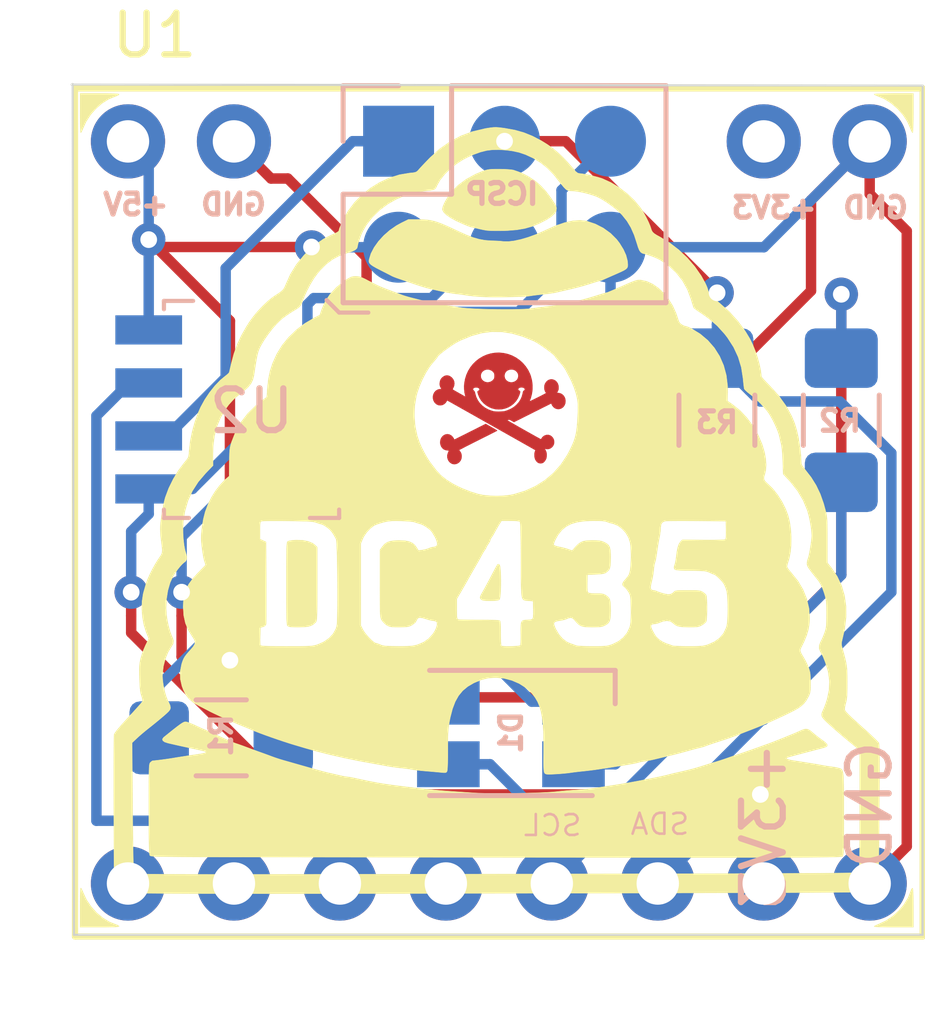
<source format=kicad_pcb>
(kicad_pcb (version 20211014) (generator pcbnew)
  (layers (0 "F.Cu" signal) (31 "B.Cu" signal) (34 "B.Paste" user) (35 "F.Paste" user) (36 "B.SilkS" user "B.Silkscreen") (37 "F.SilkS" user "F.Silkscreen") (38 "B.Mask" user) (39 "F.Mask" user) (44 "Edge.Cuts" user))
  (net 0 "")
  (net 1 "Net-(U1-Pad12)")
  (net 2 "Net-(U1-Pad11)")
  (net 3 "Net-(U1-Pad10)")
  (net 4 "Net-(U1-Pad9)")
  (net 5 "/RST")
  (net 6 "Net-(J1-Pad1)")
  (net 7 "Net-(D1-Pad3)")
  (net 8 "Net-(D1-Pad4)")
  (net 9 "+5V")
  (net 10 "Net-(D1-Pad1)")
  (net 11 "GND")
  (net 12 "Net-(R1-Pad2)")
  (net 13 "Net-(R2-Pad2)")
  (net 14 "/PB2")
  (net 15 "/PB0")
  (net 16 "+3V3")
  (footprint "highway:newhighway" (layer "F.Cu") (at 149.8854 87.757)
    (fp_text reference "G***" hide)
    (fp_text value "LOGO" hide)
  )
  (footprint "highway:skull" (layer "F.Cu") (at 149.88032 85.32368)
    (fp_text reference "G***" hide)
    (fp_text value "LOGO" hide)
    (fp_poly (pts (xy 0.163511 -1.333414) (xy 0.268578 -1.310728) (xy 0.273458 -1.30933) (xy 0.372636 -1.273232) (xy 0.465884 -1.224663) (xy 0.552024 -1.164748) (xy 0.629878 -1.094615) (xy 0.698268 -1.01539) (xy 0.756014 -0.928201) (xy 0.801939 -0.834174) (xy 0.819296 -0.787368) (xy 0.847575 -0.680559) (xy 0.861608 -0.572644) (xy 0.861391 -0.464594) (xy 0.846917 -0.357382) (xy 0.822508 -0.264886) (xy 0.81237 -0.235127) (xy 0.80251 -0.208379) (xy 0.794737 -0.189502) (xy 0.793427 -0.186768) (xy 0.791666 -0.181729) (xy 0.793424 -0.179288) (xy 0.799917 -0.179959) (xy 0.812359 -0.184256) (xy 0.831965 -0.192695) (xy 0.859949 -0.205789) (xy 0.897528 -0.224053) (xy 0.945915 -0.248) (xy 0.990041 -0.270007) (xy 1.047616 -0.298864) (xy 1.093369 -0.322066) (xy 1.128521 -0.340323) (xy 1.154295 -0.354347) (xy 1.171911 -0.364849) (xy 1.18259 -0.372542) (xy 1.187555 -0.378137) (xy 1.188026 -0.382345) (xy 1.186623 -0.38454) (xy 1.165809 -0.417141) (xy 1.15239 -0.458324) (xy 1.146806 -0.503934) (xy 1.149498 -0.549815) (xy 1.160904 -0.591811) (xy 1.163954 -0.598714) (xy 1.190907 -0.642066) (xy 1.223757 -0.673601) (xy 1.260703 -0.69381) (xy 1.299944 -0.703181) (xy 1.33968 -0.702204) (xy 1.378108 -0.691366) (xy 1.413429 -0.671158) (xy 1.44384 -0.642068) (xy 1.467542 -0.604584) (xy 1.482733 -0.559197) (xy 1.487643 -0.510837) (xy 1.486386 -0.478099) (xy 1.48143 -0.452458) (xy 1.47116 -0.426647) (xy 1.467065 -0.418308) (xy 1.446416 -0.377371) (xy 1.478184 -0.377371) (xy 1.524227 -0.370689) (xy 1.565204 -0.351925) (xy 1.599856 -0.323004) (xy 1.626922 -0.28585) (xy 1.645143 -0.242387) (xy 1.653259 -0.194542) (xy 1.650011 -0.144237) (xy 1.644902 -0.122655) (xy 1.625096 -0.076458) (xy 1.596825 -0.040301) (xy 1.562175 -0.014308) (xy 1.523232 0.001401) (xy 1.482083 0.006703) (xy 1.440812 0.001476) (xy 1.401508 -0.014403) (xy 1.366255 -0.041054) (xy 1.33714 -0.078601) (xy 1.324513 -0.103907) (xy 1.313262 -0.130834) (xy 0.419064 0.317308) (xy 0.36538 0.28671) (xy 0.33863 0.271855) (xy 0.320368 0.263391) (xy 0.306649 0.260221) (xy 0.293523 0.261252) (xy 0.282848 0.263813) (xy 0.264969 0.269452) (xy 0.254946 0.274298) (xy 0.254153 0.275456) (xy 0.260307 0.279667) (xy 0.277843 0.290217) (xy 0.305466 0.306376) (xy 0.341884 0.327415) (xy 0.3858 0.352603) (xy 0.435922 0.38121) (xy 0.490955 0.412507) (xy 0.549605 0.445763) (xy 0.610577 0.480249) (xy 0.672577 0.515235) (xy 0.734311 0.54999) (xy 0.794485 0.583786) (xy 0.851804 0.615891) (xy 0.904974 0.645576) (xy 0.952701 0.672112) (xy 0.99369 0.694768) (xy 1.026648 0.712813) (xy 1.05028 0.72552) (xy 1.063292 0.732156) (xy 1.065388 0.732972) (xy 1.072697 0.726981) (xy 1.080765 0.712521) (xy 1.080961 0.712053) (xy 1.101413 0.680868) (xy 1.134601 0.653769) (xy 1.164154 0.638149) (xy 1.206449 0.626432) (xy 1.247665 0.627621) (xy 1.286179 0.640115) (xy 1.320367 0.662315) (xy 1.348605 0.692623) (xy 1.369271 0.729439) (xy 1.38074 0.771164) (xy 1.38139 0.816198) (xy 1.375333 0.846172) (xy 1.356922 0.886808) (xy 1.328791 0.92056) (xy 1.293572 0.945982) (xy 1.253896 0.96163) (xy 1.212396 0.966057) (xy 1.171877 0.957885) (xy 1.159131 0.954338) (xy 1.155412 0.956047) (xy 1.155424 0.956071) (xy 1.17366 0.992476) (xy 1.18625 1.019524) (xy 1.194237 1.040743) (xy 1.198661 1.059658) (xy 1.200564 1.079796) (xy 1.200987 1.104683) (xy 1.200986 1.110343) (xy 1.199914 1.146629) (xy 1.19618 1.173919) (xy 1.188861 1.197628) (xy 1.184269 1.208314) (xy 1.159517 1.250492) (xy 1.129329 1.282484) (xy 1.108889 1.296048) (xy 1.081397 1.304316) (xy 1.048375 1.305787) (xy 1.016616 1.300665) (xy 0.997857 1.29271) (xy 0.966455 1.267943) (xy 0.941804 1.235514) (xy 0.927714 1.208224) (xy 0.917236 1.174277) (xy 0.911646 1.132827) (xy 0.911051 1.089277) (xy 0.91556 1.049025) (xy 0.923961 1.020329) (xy 0.931148 1.002626) (xy 0.93452 0.991687) (xy 0.934452 0.99025) (xy 0.927742 0.986286) (xy 0.909206 0.975667) (xy 0.879642 0.958842) (xy 0.83985 0.936263) (xy 0.79063 0.908381) (xy 0.732781 0.875645) (xy 0.667101 0.838508) (xy 0.594391 0.797418) (xy 0.51545 0.752827) (xy 0.431076 0.705186) (xy 0.34207 0.654944) (xy 0.249231 0.602554) (xy 0.153357 0.548465) (xy 0.055249 0.493127) (xy -0.044295 0.436993) (xy -0.144475 0.380511) (xy -0.244492 0.324134) (xy -0.343546 0.268311) (xy -0.440838 0.213493) (xy -0.535569 0.16013) (xy -0.62694 0.108674) (xy -0.714151 0.059575) (xy -0.796403 0.013284) (xy -0.872897 -0.02975) (xy -0.942833 -0.069074) (xy -1.005411 -0.104239) (xy -1.059834 -0.134794) (xy -1.105301 -0.160288) (xy -1.141013 -0.180271) (xy -1.166171 -0.194292) (xy -1.179975 -0.2019) (xy -1.182478 -0.2032) (xy -1.187876 -0.197282) (xy -1.195638 -0.182791) (xy -1.196748 -0.180337) (xy -1.219461 -0.145218) (xy -1.252479 -0.115331) (xy -1.291703 -0.094138) (xy -1.303615 -0.090124) (xy -1.35182 -0.083049) (xy -1.397591 -0.089856) (xy -1.439374 -0.109938) (xy -1.475616 -0.14269) (xy -1.490907 -0.163218) (xy -1.512814 -0.208236) (xy -1.522827 -0.25588) (xy -1.521698 -0.303816) (xy -1.510174 -0.349709) (xy -1.489007 -0.391227) (xy -1.458946 -0.426035) (xy -1.420741 -0.4518) (xy -1.395003 -0.461721) (xy -1.369232 -0.467681) (xy -1.346006 -0.470508) (xy -1.335879 -0.470249) (xy -1.316083 -0.467344) (xy -1.338399 -0.510627) (xy -1.351038 -0.537673) (xy -1.357711 -0.560876) (xy -1.360074 -0.587449) (xy -1.360145 -0.605341) (xy -1.354131 -0.658274) (xy -1.336765 -0.703181) (xy -1.307149 -0.742107) (xy -1.294961 -0.753613) (xy -1.253288 -0.782151) (xy -1.210017 -0.796472) (xy -1.16622 -0.796626) (xy -1.122972 -0.782662) (xy -1.081347 -0.754629) (xy -1.069094 -0.743242) (xy -1.036001 -0.700933) (xy -1.016198 -0.65392) (xy -1.009895 -0.603789) (xy -1.017303 -0.552128) (xy -1.037307 -0.502934) (xy -1.049127 -0.478479) (xy -1.052436 -0.464018) (xy -1.049832 -0.459012) (xy -1.039692 -0.452917) (xy -1.019764 -0.441369) (xy -0.992143 -0.42555) (xy -0.958926 -0.406644) (xy -0.922208 -0.385831) (xy -0.884084 -0.364296) (xy -0.84665 -0.34322) (xy -0.812001 -0.323785) (xy -0.782232 -0.307174) (xy -0.75944 -0.294569) (xy -0.74572 -0.287153) (xy -0.742638 -0.285679) (xy -0.743665 -0.292599) (xy -0.747585 -0.309464) (xy -0.751968 -0.326581) (xy -0.765085 -0.391814) (xy -0.772724 -0.464512) (xy -0.772922 -0.472895) (xy -0.564335 -0.472895) (xy -0.561864 -0.454618) (xy -0.546878 -0.435923) (xy -0.544693 -0.43414) (xy -0.531938 -0.421395) (xy -0.522859 -0.404378) (xy -0.515414 -0.378775) (xy -0.512713 -0.366486) (xy -0.488025 -0.282452) (xy -0.450933 -0.205178) (xy -0.402261 -0.135444) (xy -0.342828 -0.074027) (xy -0.273458 -0.021708) (xy -0.194971 0.020735) (xy -0.108189 0.052521) (xy -0.057583 0.065104) (xy -0.038303 0.06745) (xy -0.00833 0.069091) (xy 0.028524 0.069899) (xy 0.068451 0.069748) (xy 0.0762 0.069597) (xy 0.119414 0.068321) (xy 0.152355 0.066292) (xy 0.179265 0.062889) (xy 0.204386 0.057496) (xy 0.231959 0.049493) (xy 0.246743 0.044729) (xy 0.331931 0.009971) (xy 0.409058 -0.035419) (xy 0.476798 -0.090468) (xy 0.533821 -0.154205) (xy 0.550578 -0.177749) (xy 0.583461 -0.23307) (xy 0.607604 -0.289161) (xy 0.625391 -0.351871) (xy 0.629633 -0.371794) (xy 0.637021 -0.403466) (xy 0.644272 -0.422659) (xy 0.652183 -0.431377) (xy 0.653606 -0.431947) (xy 0.672682 -0.443692) (xy 0.680568 -0.460814) (xy 0.677466 -0.479699) (xy 0.663583 -0.496734) (xy 0.649489 -0.50485) (xy 0.61831 -0.513527) (xy 0.587566 -0.514699) (xy 0.559699 -0.509415) (xy 0.537151 -0.498722) (xy 0.522362 -0.483666) (xy 0.517776 -0.465296) (xy 0.522322 -0.450303) (xy 0.535308 -0.437071) (xy 0.548124 -0.431099) (xy 0.559505 -0.425424) (xy 0.564971 -0.41431) (xy 0.564462 -0.395839) (xy 0.557921 -0.368091) (xy 0.545289 -0.32915) (xy 0.545002 -0.328325) (xy 0.511292 -0.252409) (xy 0.466723 -0.184801) (xy 0.412725 -0.126089) (xy 0.350729 -0.076861) (xy 0.282167 -0.037707) (xy 0.20847 -0.009213) (xy 0.131069 0.008033) (xy 0.051394 0.013441) (xy -0.029122 0.006425) (xy -0.10905 -0.013604) (xy -0.16541 -0.036403) (xy -0.242167 -0.080288) (xy -0.30861 -0.133942) (xy -0.364144 -0.19662) (xy -0.408171 -0.267577) (xy -0.440095 -0.346065) (xy -0.453065 -0.395863) (xy -0.454642 -0.411244) (xy -0.44882 -0.42084) (xy -0.433057 -0.429739) (xy -0.411921 -0.445099) (xy -0.403895 -0.463033) (xy -0.408431 -0.481194) (xy -0.424984 -0.497236) (xy -0.451364 -0.508383) (xy -0.484727 -0.513465) (xy -0.514488 -0.511039) (xy -0.538865 -0.502524) (xy -0.556075 -0.489337) (xy -0.564335 -0.472895) (xy -0.772922 -0.472895) (xy -0.774474 -0.538537) (xy -0.770535 -0.602449) (xy -0.751819 -0.70962) (xy -0.727915 -0.7874) (xy -0.379445 -0.7874) (xy -0.372907 -0.74328) (xy -0.354694 -0.704872) (xy -0.326909 -0.673319) (xy -0.291653 -0.649763) (xy -0.251027 -0.635347) (xy -0.207134 -0.631214) (xy -0.162075 -0.638507) (xy -0.129767 -0.651643) (xy -0.094557 -0.675577) (xy -0.069067 -0.703068) (xy -0.05737 -0.721365) (xy -0.050759 -0.73801) (xy -0.047827 -0.758412) (xy -0.047454 -0.774896) (xy 0.190208 -0.774896) (xy 0.199973 -0.731952) (xy 0.22119 -0.695058) (xy 0.251629 -0.665417) (xy 0.28906 -0.644231) (xy 0.331254 -0.632704) (xy 0.375982 -0.632039) (xy 0.421014 -0.643439) (xy 0.428172 -0.646495) (xy 0.466219 -0.668252) (xy 0.49338 -0.695142) (xy 0.507659 -0.718457) (xy 0.523435 -0.763751) (xy 0.524798 -0.807709) (xy 0.511812 -0.84981) (xy 0.487693 -0.885932) (xy 0.453957 -0.916833) (xy 0.415083 -0.935487) (xy 0.368554 -0.943002) (xy 0.357335 -0.943269) (xy 0.307036 -0.937372) (xy 0.263985 -0.920207) (xy 0.229522 -0.893125) (xy 0.204988 -0.857476) (xy 0.191725 -0.814611) (xy 0.190208 -0.774896) (xy -0.047454 -0.774896) (xy -0.047171 -0.7874) (xy -0.047866 -0.816861) (xy -0.050887 -0.837286) (xy -0.057639 -0.854122) (xy -0.068988 -0.872046) (xy -0.099794 -0.904259) (xy -0.13016 -0.923471) (xy -0.175385 -0.939536) (xy -0.220703 -0.943362) (xy -0.264046 -0.936079) (xy -0.303347 -0.918815) (xy -0.336537 -0.892699) (xy -0.361548 -0.85886) (xy -0.376312 -0.818427) (xy -0.379445 -0.7874) (xy -0.727915 -0.7874) (xy -0.720768 -0.810655) (xy -0.678333 -0.904913) (xy -0.625462 -0.99175) (xy -0.563103 -1.070525) (xy -0.492205 -1.140595) (xy -0.413716 -1.201318) (xy -0.328584 -1.252053) (xy -0.237759 -1.292156) (xy -0.142189 -1.320986) (xy -0.042821 -1.337901) (xy 0.059395 -1.342257) (xy 0.163511 -1.333414)) (layer "F.Cu") (width 0.01) (fill solid))
    (fp_poly (pts (xy -0.122212 0.441662) (xy -0.082148 0.46447) (xy -0.04672 0.484946) (xy -0.017755 0.502008) (xy 0.002919 0.514574) (xy 0.013476 0.521564) (xy 0.014456 0.522552) (xy 0.008173 0.526412) (xy -0.009878 0.536099) (xy -0.038468 0.550985) (xy -0.076365 0.570442) (xy -0.122339 0.59384) (xy -0.175158 0.620553) (xy -0.233592 0.649952) (xy -0.296409 0.681407) (xy -0.310243 0.688315) (xy -0.379647 0.723013) (xy -0.449706 0.758139) (xy -0.518422 0.792687) (xy -0.583797 0.825648) (xy -0.643833 0.856012) (xy -0.696531 0.882772) (xy -0.739896 0.904918) (xy -0.767445 0.919114) (xy -0.89989 0.987817) (xy -0.878404 1.014608) (xy -0.850975 1.059828) (xy -0.83711 1.109593) (xy -0.837007 1.162793) (xy -0.845249 1.201554) (xy -0.864633 1.244327) (xy -0.893616 1.279511) (xy -0.929759 1.305885) (xy -0.970622 1.322225) (xy -1.013765 1.327309) (xy -1.056748 1.319914) (xy -1.07059 1.314479) (xy -1.111807 1.288256) (xy -1.144019 1.252555) (xy -1.166365 1.209915) (xy -1.177981 1.162872) (xy -1.178006 1.113965) (xy -1.165578 1.065731) (xy -1.159621 1.052433) (xy -1.147689 1.025197) (xy -1.144857 1.007803) (xy -1.151836 0.998248) (xy -1.169337 0.994531) (xy -1.180295 0.994229) (xy -1.226199 0.98746) (xy -1.266997 0.968211) (xy -1.301171 0.938061) (xy -1.327204 0.898595) (xy -1.343578 0.851393) (xy -1.348193 0.819214) (xy -1.346171 0.767928) (xy -1.333525 0.722083) (xy -1.311947 0.68269) (xy -1.283128 0.650758) (xy -1.248757 0.627297) (xy -1.210527 0.613318) (xy -1.170127 0.60983) (xy -1.129249 0.617843) (xy -1.089583 0.638368) (xy -1.070842 0.653537) (xy -1.050683 0.675266) (xy -1.033389 0.699232) (xy -1.026956 0.711043) (xy -1.018117 0.728613) (xy -1.011196 0.738835) (xy -1.009455 0.739917) (xy -1.002354 0.736689) (xy -0.983452 0.72751) (xy -0.953911 0.712955) (xy -0.914892 0.693604) (xy -0.867556 0.670035) (xy -0.813065 0.642825) (xy -0.752579 0.612553) (xy -0.687261 0.579797) (xy -0.631969 0.552022) (xy -0.258823 0.364439) (xy -0.122212 0.441662)) (layer "F.Cu") (width 0.01) (fill solid))
  )
  (footprint "highway:beehivemask" (layer "F.Cu") (at 149.92604 87.74176)
    (fp_text reference "G***" hide)
    (fp_text value "LOGO" hide)
  )
  (footprint "highway:beehivemask" (layer "F.Cu") (at 149.92604 87.74176)
    (fp_text reference "G***" hide)
    (fp_text value "LOGO" hide)
  )
  (footprint "minibadge_kicad:SAINTCON-Minibadge" (layer "F.Cu") (at 139.7762 77.6478)
    (fp_text reference "U1" (at 1.905 -1.27) (layer "F.SilkS"))
    (fp_text value "SAINTCON-Minibadge")
    (fp_text user "+3V3" (at 16.51 17.68348 -90) (layer "B.SilkS") (effects (justify mirror)))
    (fp_text user "GND" (at 19.19224 2.86004) (layer "B.SilkS") (effects (font (size 0.5 0.5) (thickness 0.125)) (justify mirror)))
    (fp_text user "GND" (at 19.05 17.17548 -90) (layer "B.SilkS") (effects (justify mirror)))
    (fp_text user "SCL" (at 11.45032 17.65808) (layer "B.SilkS") (effects (font (size 0.5 0.5) (thickness 0.0625)) (justify mirror)))
    (fp_text user "GND" (at 3.79984 2.78384) (layer "B.SilkS") (effects (font (size 0.5 0.5) (thickness 0.125)) (justify mirror)))
    (fp_text user "+3V3" (at 16.75892 2.86004) (layer "B.SilkS") (effects (font (size 0.5 0.5) (thickness 0.125)) (justify mirror)))
    (fp_text user "+5V" (at 1.45796 2.78384) (layer "B.SilkS") (effects (font (size 0.5 0.5) (thickness 0.125)) (justify mirror)))
    (fp_text user "SDA" (at 14.0208 17.6276) (layer "B.SilkS") (effects (font (size 0.5 0.5) (thickness 0.0625)) (justify mirror)))
    (pad "1" thru_hole circle locked (at 1.27 1.27 90) (size 1.778 1.778) (drill 1.016) (layers *.Cu *.Mask) (net 9 "+5V"))
    (pad "2" thru_hole circle locked (at 3.81 1.27 90) (size 1.778 1.778) (drill 1.016) (layers *.Cu *.Mask) (net 11 "GND"))
    (pad "7" thru_hole circle locked (at 16.51 1.27 90) (size 1.778 1.778) (drill 1.016) (layers *.Cu *.Mask) (net 16 "+3V3"))
    (pad "8" thru_hole circle locked (at 19.05 1.27 90) (size 1.778 1.778) (drill 1.016) (layers *.Cu *.Mask) (net 11 "GND"))
    (pad "9" thru_hole circle locked (at 1.27 19.05 90) (size 1.778 1.778) (drill 1.016) (layers *.Cu *.Mask) (net 4 "Net-(U1-Pad9)"))
    (pad "10" thru_hole circle locked (at 3.81 19.05 90) (size 1.778 1.778) (drill 1.016) (layers *.Cu *.Mask) (net 3 "Net-(U1-Pad10)"))
    (pad "11" thru_hole circle locked (at 6.35 19.05 90) (size 1.778 1.778) (drill 1.016) (layers *.Cu *.Mask) (net 2 "Net-(U1-Pad11)"))
    (pad "12" thru_hole circle locked (at 8.89 19.05 90) (size 1.778 1.778) (drill 1.016) (layers *.Cu *.Mask) (net 1 "Net-(U1-Pad12)"))
    (pad "13" thru_hole circle locked (at 11.43 19.05 90) (size 1.778 1.778) (drill 1.016) (layers *.Cu *.Mask) (net 14 "/PB2"))
    (pad "14" thru_hole circle locked (at 13.97 19.05 90) (size 1.778 1.778) (drill 1.016) (layers *.Cu *.Mask) (net 15 "/PB0"))
    (pad "15" thru_hole circle locked (at 16.51 19.05 90) (size 1.778 1.778) (drill 1.016) (layers *.Cu *.Mask) (net 16 "+3V3"))
    (pad "16" thru_hole circle locked (at 19.05 19.05 90) (size 1.778 1.778) (drill 1.016) (layers *.Cu *.Mask) (net 11 "GND"))
  )
  (footprint "digikey-footprints:SOIC-8_W5.3mm" (layer "B.Cu") (at 144.00784 85.33892 180)
    (fp_text reference "U2" (at 0 -0.04064) (layer "B.SilkS") (effects (justify mirror)))
    (fp_text value "ATTINY85-20SU")
    (pad "1" smd rect locked (at -2.465 1.905 180) (size 1.6 0.7) (layers "B.Cu" "B.Paste" "B.Mask") (net 5 "/RST"))
    (pad "2" smd rect locked (at -2.465 0.635 180) (size 1.6 0.7) (layers "B.Cu" "B.Paste" "B.Mask") (net 13 "Net-(R2-Pad2)"))
    (pad "3" smd rect locked (at -2.465 -0.635 180) (size 1.6 0.7) (layers "B.Cu" "B.Paste" "B.Mask") (net 12 "Net-(R1-Pad2)"))
    (pad "4" smd rect locked (at -2.465 -1.905 180) (size 1.6 0.7) (layers "B.Cu" "B.Paste" "B.Mask") (net 11 "GND"))
    (pad "5" smd rect locked (at 2.465 -1.905 180) (size 1.6 0.7) (layers "B.Cu" "B.Paste" "B.Mask") (net 15 "/PB0"))
    (pad "6" smd rect locked (at 2.465 -0.635 180) (size 1.6 0.7) (layers "B.Cu" "B.Paste" "B.Mask") (net 6 "Net-(J1-Pad1)"))
    (pad "7" smd rect locked (at 2.465 0.635 180) (size 1.6 0.7) (layers "B.Cu" "B.Paste" "B.Mask") (net 14 "/PB2"))
    (pad "8" smd rect locked (at 2.465 1.905 180) (size 1.6 0.7) (layers "B.Cu" "B.Paste" "B.Mask") (net 9 "+5V"))
  )
  (footprint "Connector_PinHeader_2.54mm:PinHeader_2x03_P2.54mm_Vertical" (layer "B.Cu") (at 147.53336 78.91272 -90)
    (fp_text reference "ICSP" (at 1.26492 -2.47396) (layer "B.SilkS") (effects (font (size 0.5 0.5) (thickness 0.125)) (justify mirror)))
    (fp_text value "AVR-ISP-6")
    (pad "1" smd rect locked (at 0 0 270) (size 1.7 1.7) (layers "B.Cu" "B.Paste" "B.Mask") (net 6 "Net-(J1-Pad1)"))
    (pad "2" smd oval locked (at 2.54 0 270) (size 1.7 1.7) (layers "B.Cu" "B.Paste" "B.Mask") (net 9 "+5V"))
    (pad "3" smd oval locked (at 0 -2.54 270) (size 1.7 1.7) (layers "B.Cu" "B.Paste" "B.Mask") (net 14 "/PB2"))
    (pad "4" smd oval locked (at 2.54 -2.54 270) (size 1.7 1.7) (layers "B.Cu" "B.Paste" "B.Mask") (net 15 "/PB0"))
    (pad "5" smd oval locked (at 0 -5.08 270) (size 1.7 1.7) (layers "B.Cu" "B.Paste" "B.Mask") (net 5 "/RST"))
    (pad "6" smd oval locked (at 2.54 -5.08 270) (size 1.7 1.7) (layers "B.Cu" "B.Paste" "B.Mask") (net 11 "GND"))
  )
  (footprint "LED_SMD:LED_Avago_PLCC4_3.2x2.8mm_CW" (layer "B.Cu") (at 150.22576 93.091 180)
    (fp_text reference "D1" (at -0.00508 0.01016 90) (layer "B.SilkS") (effects (font (size 0.5 0.5) (thickness 0.125)) (justify mirror)))
    (fp_text value "LED_RABG")
    (pad "1" smd rect locked (at 1.5 0.75 180) (size 1.5 1.1) (layers "B.Cu" "B.Paste" "B.Mask") (net 10 "Net-(D1-Pad1)"))
    (pad "2" smd rect locked (at -1.5 0.75 180) (size 1.5 1.1) (layers "B.Cu" "B.Paste" "B.Mask") (net 9 "+5V"))
    (pad "3" smd rect locked (at -1.5 -0.75 180) (size 1.5 1.1) (layers "B.Cu" "B.Paste" "B.Mask") (net 7 "Net-(D1-Pad3)"))
    (pad "4" smd rect locked (at 1.5 -0.75 180) (size 1.5 1.1) (layers "B.Cu" "B.Paste" "B.Mask") (net 8 "Net-(D1-Pad4)"))
  )
  (footprint "Resistor_SMD:R_1206_3216Metric_Pad1.42x1.75mm_HandSolder" (layer "B.Cu") (at 143.2814 93.20784 180)
    (fp_text reference "R1" (at 0 0.05588 90) (layer "B.SilkS") (effects (font (size 0.5 0.5) (thickness 0.125)) (justify mirror)))
    (fp_text value "R_US")
    (pad "1" smd roundrect locked (at -1.4875 0 180) (size 1.425 1.75) (layers "B.Cu" "B.Paste" "B.Mask") (roundrect_rratio 0.175439) (net 10 "Net-(D1-Pad1)"))
    (pad "2" smd roundrect locked (at 1.4875 0 180) (size 1.425 1.75) (layers "B.Cu" "B.Paste" "B.Mask") (roundrect_rratio 0.175439) (net 12 "Net-(R1-Pad2)"))
  )
  (footprint "Resistor_SMD:R_1206_3216Metric_Pad1.42x1.75mm_HandSolder" (layer "B.Cu") (at 158.14548 85.598 90)
    (fp_text reference "R2" (at -0.01524 -0.03556 180) (layer "B.SilkS") (effects (font (size 0.5 0.5) (thickness 0.125)) (justify mirror)))
    (fp_text value "R_US")
    (pad "1" smd roundrect locked (at -1.4875 0 90) (size 1.425 1.75) (layers "B.Cu" "B.Paste" "B.Mask") (roundrect_rratio 0.175439) (net 8 "Net-(D1-Pad4)"))
    (pad "2" smd roundrect locked (at 1.4875 0 90) (size 1.425 1.75) (layers "B.Cu" "B.Paste" "B.Mask") (roundrect_rratio 0.175439) (net 13 "Net-(R2-Pad2)"))
  )
  (footprint "Resistor_SMD:R_1206_3216Metric_Pad1.42x1.75mm_HandSolder" (layer "B.Cu") (at 155.16352 85.598 90)
    (fp_text reference "R3" (at -0.0508 0 180) (layer "B.SilkS") (effects (font (size 0.5 0.5) (thickness 0.125)) (justify mirror)))
    (fp_text value "R_US")
    (pad "1" smd roundrect locked (at -1.4875 0 90) (size 1.425 1.75) (layers "B.Cu" "B.Paste" "B.Mask") (roundrect_rratio 0.175439) (net 7 "Net-(D1-Pad3)"))
    (pad "2" smd roundrect locked (at 1.4875 0 90) (size 1.425 1.75) (layers "B.Cu" "B.Paste" "B.Mask") (roundrect_rratio 0.175439) (net 14 "/PB2"))
  )
  (gr_line (start 139.69492 77.55636) (end 160.0962 77.58176) (layer "Edge.Cuts") (width 0.05))
  (gr_line (start 139.7508 97.92716) (end 139.72032 77.55128) (layer "Edge.Cuts") (width 0.05))
  (gr_line (start 160.0962 97.92716) (end 139.7508 97.92716) (layer "Edge.Cuts") (width 0.05))
  (gr_line (start 139.72032 77.55128) (end 139.72032 77.54112) (layer "Edge.Cuts") (width 0.05))
  (gr_line (start 160.0962 77.58176) (end 160.0962 97.92716) (layer "Edge.Cuts") (width 0.05))
  (segment (start 150.40864 83.00212) (end 151.438359 81.972401) (width 0.25) (layer "B.Cu") (net 5))
  (segment (start 148.63064 83.00212) (end 150.40864 83.00212) (width 0.25) (layer "B.Cu") (net 5))
  (segment (start 151.438359 81.972401) (end 151.438359 80.087721) (width 0.25) (layer "B.Cu") (net 5))
  (segment (start 151.763361 79.762719) (end 152.61336 78.91272) (width 0.25) (layer "B.Cu") (net 5))
  (segment (start 148.19884 83.43392) (end 148.63064 83.00212) (width 0.25) (layer "B.Cu") (net 5))
  (segment (start 146.47284 83.43392) (end 148.19884 83.43392) (width 0.25) (layer "B.Cu") (net 5))
  (segment (start 151.438359 80.087721) (end 151.763361 79.762719) (width 0.25) (layer "B.Cu") (net 5))
  (segment (start 143.38808 84.57868) (end 141.99284 85.97392) (width 0.25) (layer "B.Cu") (net 6))
  (segment (start 141.99284 85.97392) (end 141.54284 85.97392) (width 0.25) (layer "B.Cu") (net 6))
  (segment (start 143.38808 81.958) (end 143.38808 84.57868) (width 0.25) (layer "B.Cu") (net 6))
  (segment (start 146.43336 78.91272) (end 143.38808 81.958) (width 0.25) (layer "B.Cu") (net 6))
  (segment (start 147.53336 78.91272) (end 146.43336 78.91272) (width 0.25) (layer "B.Cu") (net 6))
  (segment (start 156.50464 88.42662) (end 155.16352 87.0855) (width 0.25) (layer "B.Cu") (net 7))
  (segment (start 152.72576 93.841) (end 151.72576 93.841) (width 0.25) (layer "B.Cu") (net 7))
  (segment (start 156.50464 90.06212) (end 152.72576 93.841) (width 0.25) (layer "B.Cu") (net 7))
  (segment (start 156.50464 90.06212) (end 156.50464 88.42662) (width 0.25) (layer "B.Cu") (net 7))
  (segment (start 148.72576 93.841) (end 149.72576 93.841) (width 0.25) (layer "B.Cu") (net 8))
  (segment (start 152.735761 94.716001) (end 158.14548 89.306282) (width 0.25) (layer "B.Cu") (net 8))
  (segment (start 158.14548 89.306282) (end 158.14548 87.0855) (width 0.25) (layer "B.Cu") (net 8))
  (segment (start 149.72576 93.841) (end 150.600761 94.716001) (width 0.25) (layer "B.Cu") (net 8))
  (segment (start 150.600761 94.716001) (end 152.735761 94.716001) (width 0.25) (layer "B.Cu") (net 8))
  (segment (start 143.48968 83.21788) (end 143.48968 91.34856) (width 0.25) (layer "F.Cu") (net 9))
  (segment (start 141.71944 81.44764) (end 141.54284 81.27104) (width 0.25) (layer "F.Cu") (net 9))
  (segment (start 145.44548 81.44764) (end 141.71944 81.44764) (width 0.25) (layer "F.Cu") (net 9))
  (segment (start 141.54284 81.27104) (end 143.48968 83.21788) (width 0.25) (layer "F.Cu") (net 9))
  (via (at 141.54284 81.27104) (size 0.8) (drill 0.4) (layers "F.Cu" "B.Cu") (net 9))
  (via (at 143.48968 91.34856) (size 0.8) (drill 0.4) (layers "F.Cu" "B.Cu") (net 9))
  (via (at 145.44548 81.44764) (size 0.8) (drill 0.4) (layers "F.Cu" "B.Cu") (net 9))
  (segment (start 145.44548 81.44764) (end 145.44548 81.44764) (width 0.25) (layer "B.Cu") (net 9))
  (segment (start 143.48968 91.34856) (end 143.48968 91.34856) (width 0.25) (layer "B.Cu") (net 9))
  (segment (start 141.54284 81.27104) (end 141.54284 79.41444) (width 0.25) (layer "B.Cu") (net 9))
  (segment (start 149.73332 91.34856) (end 143.48968 91.34856) (width 0.25) (layer "B.Cu") (net 9))
  (segment (start 141.54284 79.41444) (end 141.0462 78.9178) (width 0.25) (layer "B.Cu") (net 9))
  (segment (start 146.326199 81.44764) (end 145.44548 81.44764) (width 0.25) (layer "B.Cu") (net 9))
  (segment (start 150.72576 92.341) (end 149.73332 91.34856) (width 0.25) (layer "B.Cu") (net 9))
  (segment (start 146.331279 81.45272) (end 146.326199 81.44764) (width 0.25) (layer "B.Cu") (net 9))
  (segment (start 147.53336 81.45272) (end 146.331279 81.45272) (width 0.25) (layer "B.Cu") (net 9))
  (segment (start 151.72576 92.341) (end 150.72576 92.341) (width 0.25) (layer "B.Cu") (net 9))
  (segment (start 141.54284 83.43392) (end 141.54284 81.27104) (width 0.25) (layer "B.Cu") (net 9))
  (segment (start 148.72576 92.341) (end 145.63574 92.341) (width 0.25) (layer "B.Cu") (net 10))
  (segment (start 145.63574 92.341) (end 144.7689 93.20784) (width 0.25) (layer "B.Cu") (net 10))
  (segment (start 157.420479 82.497761) (end 157.420479 80.323521) (width 0.25) (layer "F.Cu") (net 11))
  (segment (start 159.715199 81.064034) (end 159.715199 95.808801) (width 0.25) (layer "F.Cu") (net 11))
  (segment (start 143.5862 78.9178) (end 144.475199 79.806799) (width 0.25) (layer "F.Cu") (net 11))
  (segment (start 146.76628 81.695438) (end 146.76628 87.0966) (width 0.25) (layer "F.Cu") (net 11))
  (segment (start 158.8262 78.9178) (end 158.8262 80.175035) (width 0.25) (layer "F.Cu") (net 11))
  (segment (start 147.90928 87.68588) (end 152.23236 87.68588) (width 0.25) (layer "F.Cu") (net 11))
  (segment (start 147.32 87.0966) (end 147.90928 87.68588) (width 0.25) (layer "F.Cu") (net 11))
  (segment (start 144.877641 79.806799) (end 146.76628 81.695438) (width 0.25) (layer "F.Cu") (net 11))
  (segment (start 146.76628 87.0966) (end 147.32 87.0966) (width 0.25) (layer "F.Cu") (net 11))
  (segment (start 158.8262 80.175035) (end 159.715199 81.064034) (width 0.25) (layer "F.Cu") (net 11))
  (segment (start 152.23236 87.68588) (end 157.420479 82.497761) (width 0.25) (layer "F.Cu") (net 11))
  (segment (start 157.420479 80.323521) (end 157.937201 79.806799) (width 0.25) (layer "F.Cu") (net 11))
  (segment (start 157.937201 79.806799) (end 158.8262 78.9178) (width 0.25) (layer "F.Cu") (net 11))
  (segment (start 159.715199 95.808801) (end 158.8262 96.6978) (width 0.25) (layer "F.Cu") (net 11))
  (segment (start 144.475199 79.806799) (end 144.877641 79.806799) (width 0.25) (layer "F.Cu") (net 11))
  (segment (start 152.61336 81.45272) (end 156.29128 81.45272) (width 0.25) (layer "B.Cu") (net 11))
  (segment (start 147.52284 87.24392) (end 147.90892 87.63) (width 0.25) (layer "B.Cu") (net 11))
  (segment (start 147.90892 87.63) (end 152.13584 87.63) (width 0.25) (layer "B.Cu") (net 11))
  (segment (start 146.47284 87.24392) (end 147.52284 87.24392) (width 0.25) (layer "B.Cu") (net 11))
  (segment (start 156.29128 81.45272) (end 158.8262 78.9178) (width 0.25) (layer "B.Cu") (net 11))
  (segment (start 152.61336 87.15248) (end 152.61336 81.45272) (width 0.25) (layer "B.Cu") (net 11))
  (segment (start 152.13584 87.63) (end 152.61336 87.15248) (width 0.25) (layer "B.Cu") (net 11))
  (segment (start 141.7939 92.23284) (end 141.7939 93.20784) (width 0.25) (layer "B.Cu") (net 12))
  (segment (start 143.50492 87.89184) (end 143.50492 90.23604) (width 0.25) (layer "B.Cu") (net 12))
  (segment (start 146.47284 85.97392) (end 145.42284 85.97392) (width 0.25) (layer "B.Cu") (net 12))
  (segment (start 143.50492 90.23604) (end 141.7939 91.94706) (width 0.25) (layer "B.Cu") (net 12))
  (segment (start 146.47284 85.97392) (end 146.02284 85.97392) (width 0.25) (layer "B.Cu") (net 12))
  (segment (start 145.42284 85.97392) (end 143.50492 87.89184) (width 0.25) (layer "B.Cu") (net 12))
  (segment (start 141.7939 91.94706) (end 141.7939 93.20784) (width 0.25) (layer "B.Cu") (net 12))
  (segment (start 142.33144 91.263322) (end 142.33144 90.283565) (width 0.25) (layer "F.Cu") (net 13))
  (segment (start 158.14548 89.30132) (end 155.20924 92.23756) (width 0.25) (layer "F.Cu") (net 13))
  (segment (start 158.14548 82.58048) (end 158.14548 89.30132) (width 0.25) (layer "F.Cu") (net 13))
  (segment (start 142.33144 90.283565) (end 142.33144 89.71788) (width 0.25) (layer "F.Cu") (net 13))
  (segment (start 143.305678 92.23756) (end 142.33144 91.263322) (width 0.25) (layer "F.Cu") (net 13))
  (segment (start 155.20924 92.23756) (end 143.305678 92.23756) (width 0.25) (layer "F.Cu") (net 13))
  (via (at 158.14548 82.58048) (size 0.8) (drill 0.4) (layers "F.Cu" "B.Cu") (net 13))
  (via (at 142.33144 89.71788) (size 0.8) (drill 0.4) (layers "F.Cu" "B.Cu") (net 13))
  (segment (start 142.33144 89.71788) (end 142.33144 89.71788) (width 0.25) (layer "B.Cu") (net 13))
  (segment (start 158.14548 82.58048) (end 158.14548 82.58048) (width 0.25) (layer "B.Cu") (net 13))
  (segment (start 146.47284 84.70392) (end 145.76925 84.70392) (width 0.25) (layer "B.Cu") (net 13))
  (segment (start 142.33144 88.39532) (end 142.33144 89.71788) (width 0.25) (layer "B.Cu") (net 13))
  (segment (start 158.14548 84.1105) (end 158.14548 82.58048) (width 0.25) (layer "B.Cu") (net 13))
  (segment (start 146.02284 84.70392) (end 142.33144 88.39532) (width 0.25) (layer "B.Cu") (net 13))
  (segment (start 146.47284 84.70392) (end 146.02284 84.70392) (width 0.25) (layer "B.Cu") (net 13))
  (segment (start 150.07336 78.91272) (end 151.5364 78.91272) (width 0.25) (layer "F.Cu") (net 14))
  (segment (start 151.5364 78.91272) (end 155.1686 82.54492) (width 0.25) (layer "F.Cu") (net 14))
  (via (at 155.1686 82.54492) (size 0.8) (drill 0.4) (layers "F.Cu" "B.Cu") (net 14))
  (via (at 150.07336 78.91272) (size 0.8) (drill 0.4) (layers "F.Cu" "B.Cu") (net 14))
  (segment (start 155.1686 82.54492) (end 155.1686 82.54492) (width 0.25) (layer "B.Cu") (net 14))
  (segment (start 150.07336 78.91272) (end 150.07336 78.91272) (width 0.25) (layer "B.Cu") (net 14))
  (segment (start 150.07336 78.91272) (end 150.07336 78.91272) (width 0.25) (layer "B.Cu") (net 14))
  (segment (start 155.16352 83.298) (end 155.1686 83.29292) (width 0.25) (layer "B.Cu") (net 14))
  (segment (start 156.2862 92.77604) (end 159.34549 89.71675) (width 0.25) (layer "B.Cu") (net 14))
  (segment (start 158.10868 85.14801) (end 156.20103 85.14801) (width 0.25) (layer "B.Cu") (net 14))
  (segment (start 152.841959 95.808801) (end 153.45664 95.19412) (width 0.25) (layer "B.Cu") (net 14))
  (segment (start 152.095199 95.808801) (end 152.841959 95.808801) (width 0.25) (layer "B.Cu") (net 14))
  (segment (start 153.82748 95.19412) (end 156.24556 92.77604) (width 0.25) (layer "B.Cu") (net 14))
  (segment (start 156.24556 92.77604) (end 156.2862 92.77604) (width 0.25) (layer "B.Cu") (net 14))
  (segment (start 141.54284 84.70392) (end 141.077838 84.70392) (width 0.25) (layer "B.Cu") (net 14))
  (segment (start 153.45664 95.19412) (end 153.82748 95.19412) (width 0.25) (layer "B.Cu") (net 14))
  (segment (start 155.1686 83.29292) (end 155.1686 82.54492) (width 0.25) (layer "B.Cu") (net 14))
  (segment (start 140.28928 95.19412) (end 153.45664 95.19412) (width 0.25) (layer "B.Cu") (net 14))
  (segment (start 141.077838 84.70392) (end 140.28928 85.492478) (width 0.25) (layer "B.Cu") (net 14))
  (segment (start 155.934867 84.881847) (end 155.16352 84.1105) (width 0.25) (layer "B.Cu") (net 14))
  (segment (start 159.34549 86.38482) (end 158.10868 85.14801) (width 0.25) (layer "B.Cu") (net 14))
  (segment (start 155.16352 84.1105) (end 155.16352 83.298) (width 0.25) (layer "B.Cu") (net 14))
  (segment (start 159.34549 89.71675) (end 159.34549 86.38482) (width 0.25) (layer "B.Cu") (net 14))
  (segment (start 151.2062 96.6978) (end 152.095199 95.808801) (width 0.25) (layer "B.Cu") (net 14))
  (segment (start 156.20103 85.14801) (end 155.934867 84.881847) (width 0.25) (layer "B.Cu") (net 14))
  (segment (start 140.28928 85.492478) (end 140.28928 95.19412) (width 0.25) (layer "B.Cu") (net 14))
  (segment (start 141.1224 90.283565) (end 141.1224 89.71788) (width 0.25) (layer "F.Cu") (net 15))
  (segment (start 144.995908 94.5642) (end 141.1224 90.690692) (width 0.25) (layer "F.Cu") (net 15))
  (segment (start 141.1224 90.690692) (end 141.1224 90.283565) (width 0.25) (layer "F.Cu") (net 15))
  (segment (start 156.20492 94.5642) (end 144.995908 94.5642) (width 0.25) (layer "F.Cu") (net 15))
  (via (at 156.20492 94.5642) (size 0.8) (drill 0.4) (layers "F.Cu" "B.Cu") (net 15))
  (via (at 141.1224 89.71788) (size 0.8) (drill 0.4) (layers "F.Cu" "B.Cu") (net 15))
  (segment (start 141.1224 89.71788) (end 141.1224 89.71788) (width 0.25) (layer "B.Cu") (net 15))
  (segment (start 156.20492 94.5642) (end 156.20492 94.5642) (width 0.25) (layer "B.Cu") (net 15))
  (segment (start 141.1224 88.26436) (end 141.1224 89.71788) (width 0.25) (layer "B.Cu") (net 15))
  (segment (start 141.54284 87.24392) (end 141.54284 87.84392) (width 0.25) (layer "B.Cu") (net 15))
  (segment (start 148.693631 82.302719) (end 149.223361 82.302719) (width 0.25) (layer "B.Cu") (net 15))
  (segment (start 154.635199 95.808801) (end 154.960319 95.808801) (width 0.25) (layer "B.Cu") (net 15))
  (segment (start 145.347839 84.488921) (end 145.347839 82.823919) (width 0.25) (layer "B.Cu") (net 15))
  (segment (start 153.7462 96.6978) (end 154.635199 95.808801) (width 0.25) (layer "B.Cu") (net 15))
  (segment (start 141.54284 87.84392) (end 141.1224 88.26436) (width 0.25) (layer "B.Cu") (net 15))
  (segment (start 154.960319 95.808801) (end 156.20492 94.5642) (width 0.25) (layer "B.Cu") (net 15))
  (segment (start 145.499838 82.67192) (end 148.32443 82.67192) (width 0.25) (layer "B.Cu") (net 15))
  (segment (start 148.32443 82.67192) (end 148.693631 82.302719) (width 0.25) (layer "B.Cu") (net 15))
  (segment (start 142.59284 87.24392) (end 145.347839 84.488921) (width 0.25) (layer "B.Cu") (net 15))
  (segment (start 141.54284 87.24392) (end 142.59284 87.24392) (width 0.25) (layer "B.Cu") (net 15))
  (segment (start 145.347839 82.823919) (end 145.499838 82.67192) (width 0.25) (layer "B.Cu") (net 15))
  (segment (start 149.223361 82.302719) (end 150.07336 81.45272) (width 0.25) (layer "B.Cu") (net 15))
)
</source>
